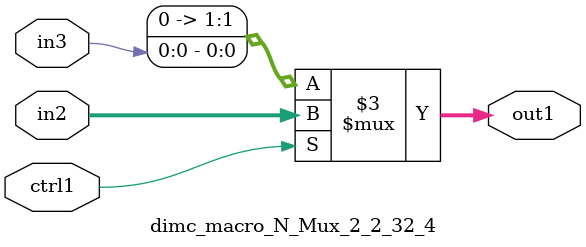
<source format=v>

`timescale 1ps / 1ps


module dimc_macro_N_Mux_2_2_32_4( in3, in2, ctrl1, out1 );

    input in3;
    input [1:0] in2;
    input ctrl1;
    output [1:0] out1;
    reg [1:0] out1;

    
    // rtl_process:dimc_macro_N_Mux_2_2_32_4/dimc_macro_N_Mux_2_2_32_4_thread_1
    always @*
      begin : dimc_macro_N_Mux_2_2_32_4_thread_1
        case (ctrl1) 
          1'b1: 
            begin
              out1 = in2;
            end
          default: 
            begin
              out1 = {1'b0, in3};
            end
        endcase
      end

endmodule



</source>
